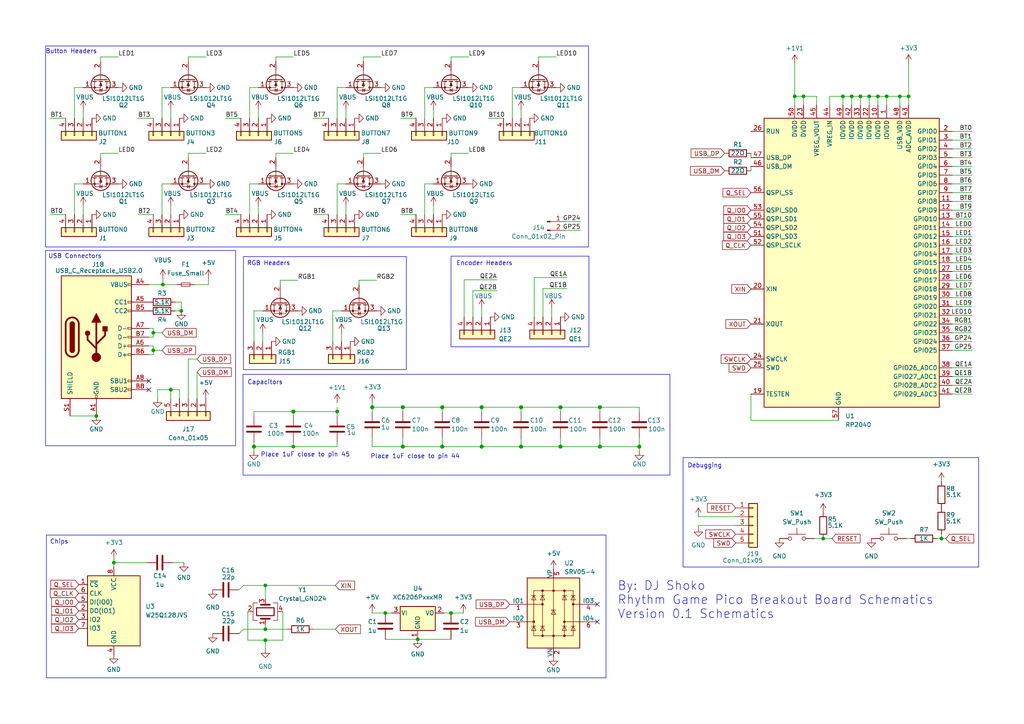
<source format=kicad_sch>
(kicad_sch (version 20230121) (generator eeschema)
  (paper "A4")
  (junction (at 162.56 129.54) (diameter 1.016))
  (junction (at 111.76 177.8))
  (junction (at 116.84 118.11) (diameter 1.016))
  (junction (at 185.42 129.54) (diameter 1.016))
  (junction (at 121.158 185.42))
  (junction (at 85.09 119.38) (diameter 1.016))
  (junction (at 76.962 182.499))
  (junction (at 173.99 129.54) (diameter 1.016))
  (junction (at 247.015 27.94))
  (junction (at 130.81 177.8))
  (junction (at 76.962 169.799))
  (junction (at 151.13 129.54) (diameter 1.016))
  (junction (at 107.95 118.11) (diameter 1.016))
  (junction (at 27.94 120.65))
  (junction (at 151.13 118.11) (diameter 1.016))
  (junction (at 273.05 156.21))
  (junction (at 254.635 27.94))
  (junction (at 233.045 27.94))
  (junction (at 85.09 129.54))
  (junction (at 249.555 27.94))
  (junction (at 76.962 185.674))
  (junction (at 49.53 113.03))
  (junction (at 244.475 27.94))
  (junction (at 33.02 163.195))
  (junction (at 252.095 27.94))
  (junction (at 238.76 156.21))
  (junction (at 173.99 118.11) (diameter 1.016))
  (junction (at 47.244 82.55))
  (junction (at 128.27 118.11) (diameter 1.016))
  (junction (at 139.7 129.54) (diameter 1.016))
  (junction (at 260.985 27.94))
  (junction (at 97.79 119.38))
  (junction (at 73.66 129.54) (diameter 1.016))
  (junction (at 139.7 118.11) (diameter 1.016))
  (junction (at 230.505 27.94))
  (junction (at 44.45 101.6))
  (junction (at 128.27 129.54) (diameter 1.016))
  (junction (at 162.56 118.11) (diameter 1.016))
  (junction (at 44.45 96.52))
  (junction (at 263.525 27.94))
  (junction (at 52.578 90.17))
  (junction (at 257.175 27.94))
  (junction (at 116.84 129.54) (diameter 1.016))
  (no_connect (at 173.228 180.34))
  (no_connect (at 173.228 175.26))
  (no_connect (at 43.18 110.49))
  (no_connect (at 43.18 113.03))
  (wire (pts (xy 157.48 83.693) (xy 164.465 83.693)))
  (wire (pts (xy 82.042 177.419) (xy 82.042 185.674)))
  (wire (pts (xy 72.39 53.34) (xy 74.93 53.34)))
  (wire (pts (xy 24.13 31.75) (xy 24.13 34.29)))
  (wire (pts (xy 47.244 80.772) (xy 47.244 82.55)))
  (wire (pts (xy 73.66 129.54) (xy 73.66 130.81)))
  (wire (pts (xy 46.99 34.29) (xy 46.99 25.4)))
  (wire (pts (xy 202.565 152.4) (xy 202.565 153.035)))
  (wire (pts (xy 240.665 27.94) (xy 244.475 27.94)))
  (wire (pts (xy 151.13 118.11) (xy 162.56 118.11)))
  (wire (pts (xy 276.225 71.12) (xy 281.94 71.12)))
  (wire (pts (xy 254.635 27.94) (xy 254.635 30.48)))
  (wire (pts (xy 238.76 156.21) (xy 241.3 156.21)))
  (wire (pts (xy 56.388 82.55) (xy 60.452 82.55)))
  (wire (pts (xy 76.962 182.499) (xy 83.312 182.499)))
  (wire (pts (xy 76.962 169.799) (xy 70.612 169.799)))
  (wire (pts (xy 134.62 81.153) (xy 144.145 81.153)))
  (wire (pts (xy 233.045 27.94) (xy 233.045 30.48)))
  (wire (pts (xy 202.565 152.4) (xy 213.36 152.4)))
  (wire (pts (xy 54.61 104.14) (xy 57.15 104.14)))
  (wire (pts (xy 151.13 127) (xy 151.13 129.54)))
  (wire (pts (xy 236.855 27.94) (xy 236.855 30.48)))
  (wire (pts (xy 276.225 58.42) (xy 281.94 58.42)))
  (wire (pts (xy 54.61 16.51) (xy 59.69 16.51)))
  (wire (pts (xy 97.79 53.34) (xy 100.33 53.34)))
  (wire (pts (xy 137.16 84.328) (xy 137.16 91.948)))
  (wire (pts (xy 116.205 62.23) (xy 120.65 62.23)))
  (wire (pts (xy 148.59 25.4) (xy 151.13 25.4)))
  (wire (pts (xy 74.93 31.75) (xy 74.93 34.29)))
  (wire (pts (xy 249.555 27.94) (xy 249.555 30.48)))
  (wire (pts (xy 85.09 119.38) (xy 97.79 119.38)))
  (wire (pts (xy 54.61 104.14) (xy 54.61 115.57)))
  (wire (pts (xy 80.01 16.51) (xy 85.09 16.51)))
  (wire (pts (xy 50.8 87.63) (xy 52.578 87.63)))
  (wire (pts (xy 65.405 62.23) (xy 69.85 62.23)))
  (wire (pts (xy 116.84 118.11) (xy 128.27 118.11)))
  (wire (pts (xy 123.19 34.29) (xy 123.19 25.4)))
  (wire (pts (xy 73.66 128.27) (xy 73.66 129.54)))
  (wire (pts (xy 276.225 45.72) (xy 281.94 45.72)))
  (wire (pts (xy 123.19 53.34) (xy 125.73 53.34)))
  (wire (pts (xy 276.225 40.64) (xy 281.94 40.64)))
  (wire (pts (xy 276.225 83.82) (xy 281.94 83.82)))
  (wire (pts (xy 160.02 89.408) (xy 160.02 91.948)))
  (wire (pts (xy 276.225 99.06) (xy 281.94 99.06)))
  (wire (pts (xy 76.962 185.674) (xy 76.962 188.214)))
  (wire (pts (xy 76.962 181.229) (xy 76.962 182.499)))
  (wire (pts (xy 233.045 27.94) (xy 236.855 27.94)))
  (wire (pts (xy 90.805 62.23) (xy 95.25 62.23)))
  (wire (pts (xy 14.605 34.29) (xy 19.05 34.29)))
  (wire (pts (xy 104.14 81.28) (xy 104.14 82.55)))
  (wire (pts (xy 276.225 38.1) (xy 281.94 38.1)))
  (wire (pts (xy 71.882 177.419) (xy 71.882 185.674)))
  (wire (pts (xy 107.95 118.11) (xy 107.95 119.38)))
  (wire (pts (xy 90.932 182.499) (xy 97.282 182.499)))
  (wire (pts (xy 57.15 107.95) (xy 57.15 115.57)))
  (wire (pts (xy 107.95 118.11) (xy 116.84 118.11)))
  (wire (pts (xy 107.95 129.54) (xy 116.84 129.54)))
  (wire (pts (xy 44.45 100.33) (xy 44.45 101.6)))
  (wire (pts (xy 46.99 62.23) (xy 46.99 53.34)))
  (wire (pts (xy 217.805 44.45) (xy 217.805 45.72)))
  (wire (pts (xy 29.21 16.51) (xy 29.21 17.78)))
  (wire (pts (xy 44.45 96.52) (xy 44.45 97.79)))
  (wire (pts (xy 76.962 185.674) (xy 82.042 185.674)))
  (wire (pts (xy 217.805 114.3) (xy 217.805 121.92)))
  (wire (pts (xy 44.45 101.6) (xy 46.99 101.6)))
  (wire (pts (xy 52.07 113.03) (xy 52.07 115.57)))
  (wire (pts (xy 54.61 44.45) (xy 54.61 45.72)))
  (wire (pts (xy 45.72 113.03) (xy 49.53 113.03)))
  (wire (pts (xy 276.225 78.74) (xy 281.94 78.74)))
  (wire (pts (xy 43.18 102.87) (xy 44.45 102.87)))
  (wire (pts (xy 141.605 34.29) (xy 146.05 34.29)))
  (wire (pts (xy 70.612 182.499) (xy 69.342 183.769)))
  (wire (pts (xy 105.41 16.51) (xy 105.41 17.78)))
  (wire (pts (xy 128.778 177.8) (xy 130.81 177.8)))
  (wire (pts (xy 43.18 97.79) (xy 44.45 97.79)))
  (wire (pts (xy 173.99 119.38) (xy 173.99 118.11)))
  (wire (pts (xy 125.73 59.69) (xy 125.73 62.23)))
  (wire (pts (xy 123.19 25.4) (xy 125.73 25.4)))
  (wire (pts (xy 230.505 18.415) (xy 230.505 27.94)))
  (wire (pts (xy 85.09 120.65) (xy 85.09 119.38)))
  (wire (pts (xy 154.94 80.518) (xy 164.465 80.518)))
  (wire (pts (xy 65.405 34.29) (xy 69.85 34.29)))
  (wire (pts (xy 249.555 27.94) (xy 252.095 27.94)))
  (wire (pts (xy 139.7 118.11) (xy 151.13 118.11)))
  (wire (pts (xy 40.005 62.23) (xy 44.45 62.23)))
  (wire (pts (xy 97.79 62.23) (xy 97.79 53.34)))
  (wire (pts (xy 73.66 120.65) (xy 73.66 119.38)))
  (wire (pts (xy 173.99 129.54) (xy 185.42 129.54)))
  (wire (pts (xy 173.99 129.54) (xy 162.56 129.54)))
  (wire (pts (xy 217.805 121.92) (xy 243.205 121.92)))
  (wire (pts (xy 29.21 16.51) (xy 34.29 16.51)))
  (wire (pts (xy 257.175 27.94) (xy 260.985 27.94)))
  (wire (pts (xy 99.06 96.52) (xy 99.06 99.06)))
  (wire (pts (xy 97.79 118.11) (xy 97.79 119.38)))
  (wire (pts (xy 151.13 129.54) (xy 139.7 129.54)))
  (wire (pts (xy 263.525 18.415) (xy 263.525 27.94)))
  (wire (pts (xy 260.985 27.94) (xy 260.985 30.48)))
  (wire (pts (xy 276.225 60.96) (xy 281.94 60.96)))
  (wire (pts (xy 29.21 44.45) (xy 34.29 44.45)))
  (wire (pts (xy 40.005 34.29) (xy 44.45 34.29)))
  (wire (pts (xy 33.02 161.925) (xy 33.02 163.195)))
  (wire (pts (xy 139.7 119.38) (xy 139.7 118.11)))
  (wire (pts (xy 173.99 127) (xy 173.99 129.54)))
  (wire (pts (xy 185.42 129.54) (xy 185.42 130.81)))
  (wire (pts (xy 47.244 82.55) (xy 51.308 82.55)))
  (wire (pts (xy 107.95 127) (xy 107.95 129.54)))
  (wire (pts (xy 185.42 127) (xy 185.42 129.54)))
  (wire (pts (xy 276.225 111.76) (xy 281.94 111.76)))
  (wire (pts (xy 45.72 113.03) (xy 45.72 115.57)))
  (wire (pts (xy 80.01 16.51) (xy 80.01 17.78)))
  (wire (pts (xy 244.475 27.94) (xy 247.015 27.94)))
  (wire (pts (xy 107.95 116.84) (xy 107.95 118.11)))
  (wire (pts (xy 44.45 101.6) (xy 44.45 102.87)))
  (wire (pts (xy 49.53 59.69) (xy 49.53 62.23)))
  (wire (pts (xy 54.61 44.45) (xy 59.69 44.45)))
  (wire (pts (xy 157.48 83.693) (xy 157.48 91.948)))
  (wire (pts (xy 100.33 31.75) (xy 100.33 34.29)))
  (wire (pts (xy 151.13 119.38) (xy 151.13 118.11)))
  (wire (pts (xy 156.21 16.51) (xy 161.29 16.51)))
  (wire (pts (xy 244.475 27.94) (xy 244.475 30.48)))
  (wire (pts (xy 21.59 25.4) (xy 24.13 25.4)))
  (wire (pts (xy 276.225 53.34) (xy 281.94 53.34)))
  (wire (pts (xy 29.21 44.45) (xy 29.21 45.72)))
  (wire (pts (xy 105.41 44.45) (xy 110.49 44.45)))
  (wire (pts (xy 276.225 63.5) (xy 281.94 63.5)))
  (wire (pts (xy 254.635 27.94) (xy 257.175 27.94)))
  (wire (pts (xy 130.81 44.45) (xy 130.81 45.72)))
  (wire (pts (xy 46.99 25.4) (xy 49.53 25.4)))
  (wire (pts (xy 73.66 90.17) (xy 76.2 90.17)))
  (wire (pts (xy 116.205 34.29) (xy 120.65 34.29)))
  (wire (pts (xy 151.13 31.75) (xy 151.13 34.29)))
  (wire (pts (xy 276.225 66.04) (xy 281.94 66.04)))
  (wire (pts (xy 163.83 64.262) (xy 168.402 64.262)))
  (wire (pts (xy 276.225 48.26) (xy 281.94 48.26)))
  (wire (pts (xy 96.52 90.17) (xy 99.06 90.17)))
  (wire (pts (xy 162.56 119.38) (xy 162.56 118.11)))
  (wire (pts (xy 236.22 156.21) (xy 238.76 156.21)))
  (wire (pts (xy 125.73 31.75) (xy 125.73 34.29)))
  (wire (pts (xy 105.41 16.51) (xy 110.49 16.51)))
  (wire (pts (xy 271.78 156.21) (xy 273.05 156.21)))
  (wire (pts (xy 252.095 27.94) (xy 254.635 27.94)))
  (wire (pts (xy 80.01 44.45) (xy 85.09 44.45)))
  (wire (pts (xy 49.53 31.75) (xy 49.53 34.29)))
  (wire (pts (xy 33.02 163.195) (xy 42.545 163.195)))
  (wire (pts (xy 49.53 113.03) (xy 52.07 113.03)))
  (wire (pts (xy 156.21 16.51) (xy 156.21 17.78)))
  (wire (pts (xy 247.015 27.94) (xy 247.015 30.48)))
  (wire (pts (xy 52.578 87.63) (xy 52.578 90.17)))
  (wire (pts (xy 128.27 129.54) (xy 116.84 129.54)))
  (wire (pts (xy 20.32 120.65) (xy 27.94 120.65)))
  (wire (pts (xy 76.962 182.499) (xy 70.612 182.499)))
  (wire (pts (xy 276.225 96.52) (xy 281.94 96.52)))
  (wire (pts (xy 43.18 95.25) (xy 44.45 95.25)))
  (wire (pts (xy 21.59 34.29) (xy 21.59 25.4)))
  (wire (pts (xy 96.52 99.06) (xy 96.52 90.17)))
  (wire (pts (xy 230.505 27.94) (xy 233.045 27.94)))
  (wire (pts (xy 276.225 114.3) (xy 281.94 114.3)))
  (wire (pts (xy 128.27 118.11) (xy 139.7 118.11)))
  (wire (pts (xy 217.805 48.26) (xy 217.805 49.53)))
  (wire (pts (xy 130.81 177.8) (xy 134.366 177.8)))
  (wire (pts (xy 139.7 127) (xy 139.7 129.54)))
  (wire (pts (xy 90.805 34.29) (xy 95.25 34.29)))
  (wire (pts (xy 257.175 27.94) (xy 257.175 30.48)))
  (wire (pts (xy 130.81 16.51) (xy 135.89 16.51)))
  (wire (pts (xy 43.18 82.55) (xy 47.244 82.55)))
  (wire (pts (xy 276.225 109.22) (xy 281.94 109.22)))
  (wire (pts (xy 73.66 119.38) (xy 85.09 119.38)))
  (wire (pts (xy 49.53 113.03) (xy 49.53 115.57)))
  (wire (pts (xy 162.56 118.11) (xy 173.99 118.11)))
  (wire (pts (xy 273.05 154.94) (xy 273.05 156.21)))
  (wire (pts (xy 116.84 119.38) (xy 116.84 118.11)))
  (wire (pts (xy 202.565 149.86) (xy 213.36 149.86)))
  (wire (pts (xy 128.27 127) (xy 128.27 129.54)))
  (wire (pts (xy 105.41 44.45) (xy 105.41 45.72)))
  (wire (pts (xy 80.01 44.45) (xy 80.01 45.72)))
  (wire (pts (xy 60.452 80.772) (xy 60.452 82.55)))
  (wire (pts (xy 276.225 50.8) (xy 281.94 50.8)))
  (wire (pts (xy 128.27 119.38) (xy 128.27 118.11)))
  (wire (pts (xy 134.62 81.153) (xy 134.62 91.948)))
  (wire (pts (xy 72.39 25.4) (xy 74.93 25.4)))
  (wire (pts (xy 85.09 129.54) (xy 97.79 129.54)))
  (wire (pts (xy 76.2 96.52) (xy 76.2 99.06)))
  (wire (pts (xy 73.66 129.54) (xy 85.09 129.54)))
  (wire (pts (xy 24.13 59.69) (xy 24.13 62.23)))
  (wire (pts (xy 100.33 59.69) (xy 100.33 62.23)))
  (wire (pts (xy 97.79 128.27) (xy 97.79 129.54)))
  (wire (pts (xy 97.79 25.4) (xy 100.33 25.4)))
  (wire (pts (xy 230.505 27.94) (xy 230.505 30.48)))
  (wire (pts (xy 130.81 16.51) (xy 130.81 17.78)))
  (wire (pts (xy 139.7 89.408) (xy 139.7 91.948)))
  (wire (pts (xy 137.16 84.328) (xy 144.145 84.328)))
  (wire (pts (xy 50.165 163.195) (xy 53.34 163.195)))
  (wire (pts (xy 70.612 169.799) (xy 69.342 171.069)))
  (wire (pts (xy 14.605 62.23) (xy 19.05 62.23)))
  (wire (pts (xy 185.42 119.38) (xy 185.42 118.11)))
  (wire (pts (xy 276.225 106.68) (xy 281.94 106.68)))
  (wire (pts (xy 163.83 66.802) (xy 168.402 66.802)))
  (wire (pts (xy 276.225 43.18) (xy 281.94 43.18)))
  (wire (pts (xy 154.94 80.518) (xy 154.94 91.948)))
  (wire (pts (xy 240.665 27.94) (xy 240.665 30.48)))
  (wire (pts (xy 50.8 90.17) (xy 52.578 90.17)))
  (wire (pts (xy 263.525 27.94) (xy 263.525 30.48)))
  (wire (pts (xy 97.79 119.38) (xy 97.79 120.65)))
  (wire (pts (xy 44.45 96.52) (xy 46.99 96.52)))
  (wire (pts (xy 111.76 185.42) (xy 121.158 185.42)))
  (wire (pts (xy 276.225 76.2) (xy 281.94 76.2)))
  (wire (pts (xy 139.7 129.54) (xy 128.27 129.54)))
  (wire (pts (xy 97.79 34.29) (xy 97.79 25.4)))
  (wire (pts (xy 262.89 156.21) (xy 264.16 156.21)))
  (wire (pts (xy 76.962 169.799) (xy 97.282 169.799)))
  (wire (pts (xy 276.225 81.28) (xy 281.94 81.28)))
  (wire (pts (xy 123.19 62.23) (xy 123.19 53.34)))
  (wire (pts (xy 33.02 163.195) (xy 33.02 164.465)))
  (wire (pts (xy 44.45 95.25) (xy 44.45 96.52)))
  (wire (pts (xy 73.66 99.06) (xy 73.66 90.17)))
  (wire (pts (xy 276.225 93.98) (xy 281.94 93.98)))
  (wire (pts (xy 21.59 53.34) (xy 24.13 53.34)))
  (wire (pts (xy 54.61 16.51) (xy 54.61 17.78)))
  (wire (pts (xy 74.93 59.69) (xy 74.93 62.23)))
  (wire (pts (xy 107.95 177.8) (xy 111.76 177.8)))
  (wire (pts (xy 273.05 156.21) (xy 274.32 156.21)))
  (wire (pts (xy 72.39 62.23) (xy 72.39 53.34)))
  (wire (pts (xy 130.81 44.45) (xy 135.89 44.45)))
  (wire (pts (xy 46.99 53.34) (xy 49.53 53.34)))
  (wire (pts (xy 148.59 34.29) (xy 148.59 25.4)))
  (wire (pts (xy 71.882 185.674) (xy 76.962 185.674)))
  (wire (pts (xy 43.18 100.33) (xy 44.45 100.33)))
  (wire (pts (xy 81.28 81.28) (xy 81.28 82.55)))
  (wire (pts (xy 121.158 185.42) (xy 130.81 185.42)))
  (wire (pts (xy 173.99 118.11) (xy 185.42 118.11)))
  (wire (pts (xy 276.225 101.6) (xy 281.94 101.6)))
  (wire (pts (xy 247.015 27.94) (xy 249.555 27.94)))
  (wire (pts (xy 276.225 68.58) (xy 281.94 68.58)))
  (wire (pts (xy 21.59 62.23) (xy 21.59 53.34)))
  (wire (pts (xy 85.09 129.54) (xy 85.09 128.27)))
  (wire (pts (xy 276.225 91.44) (xy 281.94 91.44)))
  (wire (pts (xy 162.56 129.54) (xy 151.13 129.54)))
  (wire (pts (xy 162.56 127) (xy 162.56 129.54)))
  (wire (pts (xy 260.985 27.94) (xy 263.525 27.94)))
  (wire (pts (xy 116.84 127) (xy 116.84 129.54)))
  (wire (pts (xy 72.39 34.29) (xy 72.39 25.4)))
  (wire (pts (xy 276.225 73.66) (xy 281.94 73.66)))
  (wire (pts (xy 276.225 88.9) (xy 281.94 88.9)))
  (wire (pts (xy 104.14 81.28) (xy 109.22 81.28)))
  (wire (pts (xy 276.225 86.36) (xy 281.94 86.36)))
  (wire (pts (xy 76.962 169.799) (xy 76.962 173.609)))
  (wire (pts (xy 111.76 177.8) (xy 113.538 177.8)))
  (wire (pts (xy 81.28 81.28) (xy 86.36 81.28)))
  (wire (pts (xy 252.095 27.94) (xy 252.095 30.48)))
  (wire (pts (xy 276.225 55.88) (xy 281.94 55.88)))
  (rectangle (start 70.612 74.422) (end 117.856 107.188))
  (rectangle (start 13.208 72.644) (end 68.326 129.286))
  (rectangle (start 130.81 74.295) (end 170.815 100.584))
  (rectangle (start 13.462 155.194) (end 175.768 196.596))
  (rectangle (start 13.208 13.335) (end 170.688 71.628))
  (rectangle (start 70.485 108.585) (end 194.31 137.795))
  (rectangle (start 198.12 132.715) (end 283.845 164.465))
  (text "USB Connectors" (at 13.97 75.184 0) (effects (font (size 1.27 1.27)) (justify left bottom)))
  (text "By: DJ Shoko\nRhythm Game Pico Breakout Board Schematics\nVersion 0.1 Schematics" (at 179.07 179.705 0) (effects (font (size 2.54 2.54)) (justify left bottom)))
  (text "Capacitors" (at 71.755 111.76 0) (effects (font (size 1.27 1.27)) (justify left bottom)))
  (text "Encoder Headers" (at 132.334 77.216 0) (effects (font (size 1.27 1.27)) (justify left bottom)))
  (text "Place 1uF close to pin 44" (at 107.442 133.223 0) (effects (font (size 1.27 1.27)) (justify left bottom)))
  (text "RGB Headers" (at 71.628 77.216 0) (effects (font (size 1.27 1.27)) (justify left bottom)))
  (text "Chips" (at 14.478 157.988 0) (effects (font (size 1.27 1.27)) (justify left bottom)))
  (text "Button Headers" (at 13.208 15.748 0) (effects (font (size 1.27 1.27)) (justify left bottom)))
  (text "Place 1uF close to pin 45" (at 75.565 132.715 0) (effects (font (size 1.27 1.27)) (justify left bottom)))
  (text "Debugging" (at 199.39 135.89 0) (effects (font (size 1.27 1.27)) (justify left bottom)))
  (label "BT6" (at 90.805 62.23 0))
  (label "LED8" (at 135.89 44.45 0))
  (label "QE2A" (at 144.145 81.153 180))
  (label "BT7" (at 281.94 55.88 180))
  (label "LED7" (at 110.49 16.51 0))
  (label "BT6" (at 281.94 53.34 180))
  (label "LED7" (at 281.94 83.82 180))
  (label "GP25" (at 168.402 66.802 180))
  (label "QE2B" (at 281.94 114.3 180))
  (label "BT3" (at 281.94 45.72 180))
  (label "QE2A" (at 281.94 111.76 180))
  (label "LED3" (at 59.69 16.51 0))
  (label "LED0" (at 281.94 66.04 180))
  (label "LED8" (at 281.94 86.36 180))
  (label "BT8" (at 116.205 62.23 0))
  (label "LED1" (at 281.94 68.58 180))
  (label "QE1A" (at 281.94 106.68 180))
  (label "BT2" (at 281.94 43.18 180))
  (label "BT8" (at 281.94 58.42 180))
  (label "QE1B" (at 281.94 109.22 180))
  (label "RGB1" (at 281.94 93.98 180))
  (label "QE1B" (at 164.465 83.693 180))
  (label "GP24" (at 168.402 64.262 180))
  (label "BT5" (at 281.94 50.8 180))
  (label "LED5" (at 281.94 78.74 180))
  (label "BT7" (at 90.805 34.29 0))
  (label "LED6" (at 281.94 81.28 180))
  (label "LED4" (at 281.94 76.2 180))
  (label "LED2" (at 59.69 44.45 0))
  (label "LED3" (at 281.94 73.66 180))
  (label "BT4" (at 281.94 48.26 180))
  (label "GP25" (at 281.94 101.6 180))
  (label "LED0" (at 34.29 44.45 0))
  (label "BT10" (at 141.605 34.29 0))
  (label "BT4" (at 65.405 62.23 0))
  (label "BT0" (at 281.94 38.1 180))
  (label "LED10" (at 161.29 16.51 0))
  (label "QE2B" (at 144.145 84.328 180))
  (label "BT1" (at 14.605 34.29 0))
  (label "LED1" (at 34.29 16.51 0))
  (label "LED6" (at 110.49 44.45 0))
  (label "BT0" (at 14.605 62.23 0))
  (label "BT3" (at 40.005 34.29 0))
  (label "LED5" (at 85.09 16.51 0))
  (label "BT2" (at 40.005 62.23 0))
  (label "GP24" (at 281.94 99.06 180))
  (label "QE1A" (at 164.465 80.518 180))
  (label "LED4" (at 85.09 44.45 0))
  (label "LED10" (at 281.94 91.44 180))
  (label "BT9" (at 116.205 34.29 0))
  (label "LED9" (at 135.89 16.51 0))
  (label "LED2" (at 281.94 71.12 180))
  (label "LED9" (at 281.94 88.9 180))
  (label "RGB2" (at 281.94 96.52 180))
  (label "BT10" (at 281.94 63.5 180))
  (label "BT1" (at 281.94 40.64 180))
  (label "BT9" (at 281.94 60.96 180))
  (label "BT5" (at 65.405 34.29 0))
  (label "RGB2" (at 109.22 81.28 0))
  (label "RGB1" (at 86.36 81.28 0))
  (global_label "XOUT" (shape input) (at 217.805 93.98 180) (property "Intersheetrefs" "${INTERSHEET_REFS}" (effects hide)))
  (global_label "Q_IO3" (shape input) (at 217.805 68.58 180) (property "Intersheetrefs" "${INTERSHEET_REFS}" (effects hide)))
  (global_label "Q_CLK" (shape input) (at 22.86 172.085 180) (property "Intersheetrefs" "${INTERSHEET_REFS}" (effects hide)))
  (global_label "Q_SEL" (shape input) (at 22.86 169.545 180) (property "Intersheetrefs" "${INTERSHEET_REFS}" (effects hide)))
  (global_label "USB_DP" (shape input) (at 57.15 104.14 0) (property "Intersheetrefs" "${INTERSHEET_REFS}" (effects hide)))
  (global_label "RESET" (shape input) (at 241.3 156.21 0) (property "Intersheetrefs" "${INTERSHEET_REFS}" (effects hide)))
  (global_label "USB_DM" (shape input) (at 210.185 49.53 180) (property "Intersheetrefs" "${INTERSHEET_REFS}" (effects hide)))
  (global_label "XOUT" (shape input) (at 97.282 182.499 0) (property "Intersheetrefs" "${INTERSHEET_REFS}" (effects hide)))
  (global_label "Q_CLK" (shape input) (at 217.805 71.12 180) (property "Intersheetrefs" "${INTERSHEET_REFS}" (effects hide)))
  (global_label "USB_DP" (shape input) (at 210.185 44.45 180) (property "Intersheetrefs" "${INTERSHEET_REFS}" (effects hide)))
  (global_label "USB_DM" (shape input) (at 46.99 96.52 0) (property "Intersheetrefs" "${INTERSHEET_REFS}" (effects hide)))
  (global_label "USB_DP" (shape input) (at 147.828 175.26 180) (property "Intersheetrefs" "${INTERSHEET_REFS}" (effects hide)))
  (global_label "XIN" (shape input) (at 97.282 169.799 0) (property "Intersheetrefs" "${INTERSHEET_REFS}" (effects hide)))
  (global_label "Q_SEL" (shape input) (at 274.32 156.21 0) (property "Intersheetrefs" "${INTERSHEET_REFS}" (effects hide)))
  (global_label "SWCLK" (shape input) (at 217.805 104.14 180) (property "Intersheetrefs" "${INTERSHEET_REFS}" (effects hide)))
  (global_label "Q_IO1" (shape input) (at 22.86 177.165 180) (property "Intersheetrefs" "${INTERSHEET_REFS}" (effects hide)))
  (global_label "Q_SEL" (shape input) (at 217.805 55.88 180) (property "Intersheetrefs" "${INTERSHEET_REFS}" (effects hide)))
  (global_label "Q_IO0" (shape input) (at 22.86 174.625 180) (property "Intersheetrefs" "${INTERSHEET_REFS}" (effects hide)))
  (global_label "Q_IO0" (shape input) (at 217.805 60.96 180) (property "Intersheetrefs" "${INTERSHEET_REFS}" (effects hide)))
  (global_label "Q_IO1" (shape input) (at 217.805 63.5 180) (property "Intersheetrefs" "${INTERSHEET_REFS}" (effects hide)))
  (global_label "SWCLK" (shape input) (at 213.36 154.94 180) (property "Intersheetrefs" "${INTERSHEET_REFS}" (effects hide)))
  (global_label "XIN" (shape input) (at 217.805 83.82 180) (property "Intersheetrefs" "${INTERSHEET_REFS}" (effects hide)))
  (global_label "RESET" (shape input) (at 213.36 147.32 180) (property "Intersheetrefs" "${INTERSHEET_REFS}" (effects hide)))
  (global_label "Q_IO3" (shape input) (at 22.86 182.245 180) (property "Intersheetrefs" "${INTERSHEET_REFS}" (effects hide)))
  (global_label "USB_DM" (shape input) (at 147.828 180.34 180) (property "Intersheetrefs" "${INTERSHEET_REFS}" (effects hide)))
  (global_label "SWD" (shape input) (at 213.36 157.48 180) (property "Intersheetrefs" "${INTERSHEET_REFS}" (effects hide)))
  (global_label "USB_DM" (shape input) (at 57.15 107.95 0) (property "Intersheetrefs" "${INTERSHEET_REFS}" (effects hide)))
  (global_label "SWD" (shape input) (at 217.805 106.68 180) (property "Intersheetrefs" "${INTERSHEET_REFS}" (effects hide)))
  (global_label "Q_IO2" (shape input) (at 22.86 179.705 180) (property "Intersheetrefs" "${INTERSHEET_REFS}" (effects hide)))
  (global_label "USB_DP" (shape input) (at 46.99 101.6 0) (property "Intersheetrefs" "${INTERSHEET_REFS}" (effects hide)))
  (global_label "Q_IO2" (shape input) (at 217.805 66.04 180) (property "Intersheetrefs" "${INTERSHEET_REFS}" (effects hide)))
  (symbol (lib_id "power:GND") (at 102.87 34.29 90) (unit 1)
    (property "Reference" "#PWR030" (effects hide))
    (property "Value" "GND" (at 107.95 34.29 90))
  )
  (symbol (lib_id "Device:C") (at 65.532 183.769 90) (unit 1)
    (property "Reference" "C15" (at 66.167 178.054 90))
    (property "Value" "22p" (at 66.294 180.086 90))
    (property "Footprint" "Capacitor_SMD:C_0402_1005Metric_Pad0.74x0.62mm_HandSolder" (effects hide))
  )
  (symbol (lib_id "Connector_Generic:Conn_01x04") (at 74.93 39.37 270) (unit 1)
    (property "Reference" "J6" (at 80.645 41.148 90))
    (property "Value" "BUTTON5" (at 83.566 38.608 90))
    (property "Footprint" "Connector_JST:JST_XH_B4B-XH-AM_1x04_P2.50mm_Vertical" (effects hide))
  )
  (symbol (lib_id "power:GND") (at 52.07 34.29 90) (unit 1)
    (property "Reference" "#PWR010" (effects hide))
    (property "Value" "GND" (at 57.15 34.29 90))
  )
  (symbol (lib_id "power:GND") (at 202.565 153.035 0) (unit 1)
    (property "Reference" "#PWR070" (effects hide))
    (property "Value" "GND" (at 202.565 158.115 0))
  )
  (symbol (lib_id "Device:C") (at 173.99 123.19 0) (unit 1)
    (property "Reference" "C12" (at 176.276 121.92 0) (effects (justify left)))
    (property "Value" "100n" (at 176.53 124.46 0) (effects (justify left)))
    (property "Footprint" "Capacitor_SMD:C_0402_1005Metric_Pad0.74x0.62mm_HandSolder" (effects hide))
  )
  (symbol (lib_id "power:GND") (at 252.73 156.21 0) (unit 1)
    (property "Reference" "#PWR068" (effects hide))
    (property "Value" "GND" (at 252.73 161.29 0))
  )
  (symbol (lib_id "Device:R") (at 267.97 156.21 90) (unit 1) (in_bom no)
    (property "Reference" "R7" (at 267.97 153.67 90))
    (property "Value" "1K" (at 267.97 156.21 90))
    (property "Footprint" "Resistor_SMD:R_0402_1005Metric_Pad0.72x0.64mm_HandSolder" (effects hide))
  )
  (symbol (lib_id "Device:R") (at 87.122 182.499 90) (unit 1)
    (property "Reference" "R6" (at 87.122 179.959 90))
    (property "Value" "1K" (at 87.122 182.499 90))
    (property "Footprint" "Resistor_SMD:R_0402_1005Metric_Pad0.72x0.64mm_HandSolder" (effects hide))
  )
  (symbol (lib_id "power:VBUS") (at 24.13 31.75 0) (unit 1)
    (property "Reference" "#PWR06" (effects hide))
    (property "Value" "VBUS" (at 24.638 28.194 0))
  )
  (symbol (lib_id "power:VBUS") (at 125.73 59.69 0) (unit 1)
    (property "Reference" "#PWR035" (effects hide))
    (property "Value" "VBUS" (at 126.238 56.134 0))
  )
  (symbol (lib_id "Transistor_FET:2N7000") (at 81.28 87.63 270) (unit 1)
    (property "Reference" "Q12" (at 86.487 95.25 90) (effects (justify left)))
    (property "Value" "LSI1012LT1G" (at 81.661 93.345 90) (effects (justify left)))
    (property "Footprint" "Package_TO_SOT_SMD:SOT-23" (effects hide))
    (property "Datasheet" "https://www.vishay.com/docs/70226/70226.pdf" (effects hide))
  )
  (symbol (lib_id "Transistor_FET:2N7000") (at 105.41 22.86 270) (unit 1)
    (property "Reference" "Q8" (at 110.617 30.48 90) (effects (justify left)))
    (property "Value" "LSI1012LT1G" (at 105.791 28.575 90) (effects (justify left)))
    (property "Footprint" "Package_TO_SOT_SMD:SOT-23" (effects hide))
    (property "Datasheet" "https://www.vishay.com/docs/70226/70226.pdf" (effects hide))
  )
  (symbol (lib_id "power:GND") (at 226.06 156.21 0) (unit 1)
    (property "Reference" "#PWR060" (effects hide))
    (property "Value" "GND" (at 226.06 161.29 0))
  )
  (symbol (lib_id "Device:C") (at 151.13 123.19 0) (unit 1)
    (property "Reference" "C10" (at 153.67 121.92 0) (effects (justify left)))
    (property "Value" "100n" (at 153.67 124.46 0) (effects (justify left)))
    (property "Footprint" "Capacitor_SMD:C_0402_1005Metric_Pad0.74x0.62mm_HandSolder" (effects hide))
  )
  (symbol (lib_id "power:GND") (at 162.56 91.948 90) (unit 1)
    (property "Reference" "#PWR019" (effects hide))
    (property "Value" "GND" (at 167.64 91.948 90))
  )
  (symbol (lib_id "Transistor_FET:2N7000") (at 29.21 50.8 270) (unit 1)
    (property "Reference" "Q1" (at 34.417 58.42 90) (effects (justify left)))
    (property "Value" "LSI1012LT1G" (at 29.591 56.515 90) (effects (justify left)))
    (property "Footprint" "Package_TO_SOT_SMD:SOT-23" (effects hide))
    (property "Datasheet" "https://www.vishay.com/docs/70226/70226.pdf" (effects hide))
  )
  (symbol (lib_id "power:GND") (at 77.47 62.23 90) (unit 1)
    (property "Reference" "#PWR025" (effects hide))
    (property "Value" "GND" (at 82.55 62.23 90))
  )
  (symbol (lib_id "Device:C") (at 130.81 181.61 0) (unit 1)
    (property "Reference" "C2" (at 133.35 180.34 0) (effects (justify left)))
    (property "Value" "1u" (at 133.35 182.88 0) (effects (justify left)))
    (property "Footprint" "Capacitor_SMD:C_0402_1005Metric_Pad0.74x0.62mm_HandSolder" (effects hide))
  )
  (symbol (lib_id "Device:C") (at 97.79 124.46 0) (unit 1)
    (property "Reference" "C5" (at 100.33 123.825 0) (effects (justify left)))
    (property "Value" "1u" (at 100.584 125.476 0) (effects (justify left)))
    (property "Footprint" "Capacitor_SMD:C_0402_1005Metric_Pad0.74x0.62mm_HandSolder" (effects hide))
  )
  (symbol (lib_id "power:VBUS") (at 99.06 96.52 0) (unit 1)
    (property "Reference" "#PWR021" (effects hide))
    (property "Value" "VBUS" (at 99.695 92.71 0))
  )
  (symbol (lib_id "power:VBUS") (at 49.53 31.75 0) (unit 1)
    (property "Reference" "#PWR09" (effects hide))
    (property "Value" "VBUS" (at 50.038 28.194 0))
  )
  (symbol (lib_id "power:VBUS") (at 74.93 59.69 0) (unit 1)
    (property "Reference" "#PWR017" (effects hide))
    (property "Value" "VBUS" (at 75.438 56.134 0))
  )
  (symbol (lib_id "power:GND") (at 77.47 34.29 90) (unit 1)
    (property "Reference" "#PWR018" (effects hide))
    (property "Value" "GND" (at 82.55 34.29 90))
  )
  (symbol (lib_id "power:GND") (at 109.22 90.17 90) (unit 1)
    (property "Reference" "#PWR048" (effects hide))
    (property "Value" "GND" (at 114.3 90.17 90))
  )
  (symbol (lib_id "power:GND") (at 34.29 53.34 90) (unit 1)
    (property "Reference" "#PWR05" (effects hide))
    (property "Value" "GND" (at 39.37 53.34 90))
  )
  (symbol (lib_id "power:GND") (at 142.24 91.948 90) (unit 1)
    (property "Reference" "#PWR022" (effects hide))
    (property "Value" "GND" (at 147.32 91.948 90))
  )
  (symbol (lib_id "power:GND") (at 27.94 120.65 0) (unit 1)
    (property "Reference" "#PWR052" (effects hide))
    (property "Value" "GND" (at 27.94 124.46 0))
  )
  (symbol (lib_id "Connector_Generic:Conn_01x03") (at 76.2 104.14 270) (unit 1)
    (property "Reference" "J15" (at 82.55 104.775 90))
    (property "Value" "RGB1" (at 83.185 102.235 90))
    (property "Footprint" "Connector_JST:JST_XH_B4B-XH-AM_1x04_P2.50mm_Vertical" (effects hide))
  )
  (symbol (lib_id "power:+3V3") (at 107.95 116.84 0) (unit 1)
    (property "Reference" "#PWR049" (effects hide))
    (property "Value" "+3V3" (at 107.95 112.268 0))
  )
  (symbol (lib_id "power:GND") (at 160.528 190.5 0) (unit 1)
    (property "Reference" "#PWR054" (effects hide))
    (property "Value" "GND" (at 160.528 194.31 0))
  )
  (symbol (lib_id "Device:C") (at 128.27 123.19 0) (unit 1)
    (property "Reference" "C8" (at 130.81 121.92 0) (effects (justify left)))
    (property "Value" "100n" (at 130.81 124.46 0) (effects (justify left)))
    (property "Footprint" "Capacitor_SMD:C_0402_1005Metric_Pad0.74x0.62mm_HandSolder" (effects hide))
  )
  (symbol (lib_id "Device:C") (at 185.42 123.19 0) (unit 1)
    (property "Reference" "C13" (at 187.706 121.92 0) (effects (justify left)))
    (property "Value" "100n" (at 187.96 124.46 0) (effects (justify left)))
    (property "Footprint" "Capacitor_SMD:C_0402_1005Metric_Pad0.74x0.62mm_HandSolder" (effects hide))
  )
  (symbol (lib_id "Connector_Generic:Conn_01x04") (at 24.13 39.37 270) (unit 1)
    (property "Reference" "J2" (at 29.845 41.148 90))
    (property "Value" "BUTTON1" (at 32.766 38.608 90))
    (property "Footprint" "Connector_JST:JST_XH_B4B-XH-AM_1x04_P2.50mm_Vertical" (effects hide))
  )
  (symbol (lib_id "power:+3V3") (at 238.76 148.59 0) (unit 1)
    (property "Reference" "#PWR061" (effects hide))
    (property "Value" "+3V3" (at 238.76 143.51 0))
  )
  (symbol (lib_id "Connector:USB_C_Receptacle_USB2.0") (at 27.94 97.79 0) (unit 1)
    (property "Reference" "J18" (at 28.448 76.708 0))
    (property "Value" "USB_C_Receptacle_USB2.0" (at 28.702 78.486 0))
    (property "Footprint" "Connector_USB:USB_C_Receptacle_GCT_USB4085" (effects hide))
    (property "Datasheet" "https://www.usb.org/sites/default/files/documents/usb_type-c.zip" (effects hide))
  )
  (symbol (lib_id "MCU_RaspberryPi:RP2040") (at 243.205 76.2 0) (unit 1)
    (property "Reference" "U1" (at 245.1609 120.65 0) (effects (justify left)))
    (property "Value" "RP2040" (at 245.1609 123.19 0) (effects (justify left)))
    (property "Footprint" "Package_DFN_QFN:QFN-56-1EP_7x7mm_P0.4mm_EP3.2x3.2mm" (effects hide))
    (property "Datasheet" "https://datasheets.raspberrypi.com/rp2040/rp2040-datasheet.pdf" (effects hide))
  )
  (symbol (lib_id "Connector_Generic:Conn_01x04") (at 100.33 39.37 270) (unit 1)
    (property "Reference" "J8" (at 106.045 41.148 90))
    (property "Value" "BUTTON7" (at 108.966 38.608 90))
    (property "Footprint" "Connector_JST:JST_XH_B4B-XH-AM_1x04_P2.50mm_Vertical" (effects hide))
  )
  (symbol (lib_id "Device:R") (at 213.995 49.53 90) (unit 1)
    (property "Reference" "R2" (at 213.995 46.99 90))
    (property "Value" "22Ω" (at 213.995 49.53 90))
    (property "Footprint" "Resistor_SMD:R_0402_1005Metric_Pad0.72x0.64mm_HandSolder" (effects hide))
  )
  (symbol (lib_id "Device:R") (at 46.99 87.63 90) (unit 1)
    (property "Reference" "R3" (at 46.99 85.09 90))
    (property "Value" "5.1K" (at 46.99 87.63 90))
    (property "Footprint" "Resistor_SMD:R_0402_1005Metric_Pad0.72x0.64mm_HandSolder" (effects hide))
  )
  (symbol (lib_id "power:VBUS") (at 100.33 31.75 0) (unit 1)
    (property "Reference" "#PWR028" (effects hide))
    (property "Value" "VBUS" (at 100.838 28.194 0))
  )
  (symbol (lib_id "Regulator_Linear:XC6206PxxxMR") (at 121.158 177.8 0) (unit 1)
    (property "Reference" "U4" (at 121.158 170.688 0))
    (property "Value" "XC6206PxxxMR" (at 121.158 173.228 0))
    (property "Footprint" "Package_TO_SOT_SMD:SOT-23-3" (effects hide))
    (property "Datasheet" "https://www.torexsemi.com/file/xc6206/XC6206.pdf" (effects hide))
  )
  (symbol (lib_id "Switch:SW_Push") (at 257.81 156.21 0) (unit 1)
    (property "Reference" "SW2" (at 257.81 148.844 0))
    (property "Value" "SW_Push" (at 257.81 151.384 0))
    (property "Footprint" "Button_Switch_SMD:SW_SPST_REED_CT05-XXXX-G1" (effects hide))
  )
  (symbol (lib_id "Connector_Generic:Conn_01x04") (at 49.53 67.31 270) (unit 1)
    (property "Reference" "J3" (at 55.245 69.088 90))
    (property "Value" "BUTTON2" (at 58.166 66.548 90))
    (property "Footprint" "Connector_JST:JST_XH_B4B-XH-AM_1x04_P2.50mm_Vertical" (effects hide))
  )
  (symbol (lib_id "power:VBUS") (at 47.244 80.772 0) (unit 1)
    (property "Reference" "#PWR043" (effects hide))
    (property "Value" "VBUS" (at 47.244 75.438 0))
  )
  (symbol (lib_id "Device:R") (at 273.05 143.51 0) (unit 1)
    (property "Reference" "R8" (at 274.32 141.732 0) (effects (justify left)))
    (property "Value" "5.1K" (at 274.32 143.51 0) (effects (justify left)))
    (property "Footprint" "Resistor_SMD:R_0402_1005Metric_Pad0.72x0.64mm_HandSolder" (effects hide))
  )
  (symbol (lib_id "power:GND") (at 52.578 90.17 0) (unit 1)
    (property "Reference" "#PWR045" (effects hide))
    (property "Value" "GND" (at 52.578 93.98 0))
  )
  (symbol (lib_id "Connector_Generic:Conn_01x04") (at 74.93 67.31 270) (unit 1)
    (property "Reference" "J5" (at 80.645 69.088 90))
    (property "Value" "BUTTON4" (at 83.566 66.548 90))
    (property "Footprint" "Connector_JST:JST_XH_B4B-XH-AM_1x04_P2.50mm_Vertical" (effects hide))
  )
  (symbol (lib_id "power:GND") (at 85.09 53.34 90) (unit 1)
    (property "Reference" "#PWR026" (effects hide))
    (property "Value" "GND" (at 90.17 53.34 90))
  )
  (symbol (lib_id "Device:R") (at 46.99 90.17 90) (unit 1)
    (property "Reference" "R4" (at 46.99 92.71 90))
    (property "Value" "5.1K" (at 46.99 90.17 90))
    (property "Footprint" "Resistor_SMD:R_0402_1005Metric_Pad0.72x0.64mm_HandSolder" (effects hide))
  )
  (symbol (lib_id "Device:Fuse_Small") (at 53.848 82.55 0) (unit 1)
    (property "Reference" "F1" (at 53.848 76.708 0))
    (property "Value" "Fuse_Small" (at 53.848 79.248 0))
    (property "Footprint" "Capacitor_SMD:C_0402_1005Metric_Pad0.74x0.62mm_HandSolder" (effects hide))
  )
  (symbol (lib_id "power:GND") (at 26.67 62.23 90) (unit 1)
    (property "Reference" "#PWR013" (effects hide))
    (property "Value" "GND" (at 31.75 62.23 90))
  )
  (symbol (lib_id "power:GND") (at 53.34 163.195 0) (unit 1)
    (property "Reference" "#PWR064" (effects hide))
    (property "Value" "GND" (at 53.34 167.513 0))
  )
  (symbol (lib_id "power:VBUS") (at 24.13 59.69 0) (unit 1)
    (property "Reference" "#PWR04" (effects hide))
    (property "Value" "VBUS" (at 24.638 56.134 0))
  )
  (symbol (lib_id "Transistor_FET:2N7000") (at 104.14 87.63 270) (unit 1)
    (property "Reference" "Q13" (at 109.347 95.25 90) (effects (justify left)))
    (property "Value" "LSI1012LT1G" (at 104.521 93.345 90) (effects (justify left)))
    (property "Footprint" "Package_TO_SOT_SMD:SOT-23" (effects hide))
    (property "Datasheet" "https://www.vishay.com/docs/70226/70226.pdf" (effects hide))
  )
  (symbol (lib_id "Connector_Generic:Conn_01x03") (at 99.06 104.14 270) (unit 1)
    (property "Reference" "J16" (at 105.41 104.775 90))
    (property "Value" "RGB2" (at 106.045 102.235 90))
    (property "Footprint" "Connector_JST:JST_XH_B4B-XH-AM_1x04_P2.50mm_Vertical" (effects hide))
  )
  (symbol (lib_id "Transistor_FET:2N7000") (at 130.81 22.86 270) (unit 1)
    (property "Reference" "Q10" (at 136.017 30.48 90) (effects (justify left)))
    (property "Value" "LSI1012LT1G" (at 131.191 28.575 90) (effects (justify left)))
    (property "Footprint" "Package_TO_SOT_SMD:SOT-23" (effects hide))
    (property "Datasheet" "https://www.vishay.com/docs/70226/70226.pdf" (effects hide))
  )
  (symbol (lib_id "power:+5V") (at 60.452 80.772 0) (unit 1)
    (property "Reference" "#PWR053" (effects hide))
    (property "Value" "+5V" (at 60.452 76.2 0))
  )
  (symbol (lib_id "Device:Crystal_GND24") (at 76.962 177.419 90) (unit 1)
    (property "Reference" "Y1" (at 87.757 171.069 90))
    (property "Value" "Crystal_GND24" (at 87.757 173.609 90))
    (property "Footprint" "Crystal:Crystal_SMD_3225-4Pin_3.2x2.5mm_HandSoldering" (effects hide))
  )
  (symbol (lib_id "Connector_Generic:Conn_01x04") (at 49.53 39.37 270) (unit 1)
    (property "Reference" "J4" (at 55.245 41.148 90))
    (property "Value" "BUTTON3" (at 58.166 38.608 90))
    (property "Footprint" "Connector_JST:JST_XH_B4B-XH-AM_1x04_P2.50mm_Vertical" (effects hide))
  )
  (symbol (lib_id "power:GND") (at 128.27 34.29 90) (unit 1)
    (property "Reference" "#PWR038" (effects hide))
    (property "Value" "GND" (at 133.35 34.29 90))
  )
  (symbol (lib_id "Device:C") (at 116.84 123.19 0) (unit 1)
    (property "Reference" "C7" (at 119.38 121.92 0) (effects (justify left)))
    (property "Value" "100n" (at 119.38 124.46 0) (effects (justify left)))
    (property "Footprint" "Capacitor_SMD:C_0402_1005Metric_Pad0.74x0.62mm_HandSolder" (effects hide))
  )
  (symbol (lib_id "Device:C") (at 111.76 181.61 0) (unit 1)
    (property "Reference" "C1" (at 106.68 180.34 0) (effects (justify left)))
    (property "Value" "1u" (at 106.68 182.88 0) (effects (justify left)))
    (property "Footprint" "Capacitor_SMD:C_0402_1005Metric_Pad0.74x0.62mm_HandSolder" (effects hide))
  )
  (symbol (lib_id "power:GND") (at 135.89 25.4 90) (unit 1)
    (property "Reference" "#PWR041" (effects hide))
    (property "Value" "GND" (at 140.97 25.4 90))
  )
  (symbol (lib_id "Transistor_FET:2N7000") (at 156.21 22.86 270) (unit 1)
    (property "Reference" "Q11" (at 161.417 30.48 90) (effects (justify left)))
    (property "Value" "LSI1012LT1G" (at 156.591 28.575 90) (effects (justify left)))
    (property "Footprint" "Package_TO_SOT_SMD:SOT-23" (effects hide))
    (property "Datasheet" "https://www.vishay.com/docs/70226/70226.pdf" (effects hide))
  )
  (symbol (lib_id "power:GND") (at 110.49 53.34 90) (unit 1)
    (property "Reference" "#PWR032" (effects hide))
    (property "Value" "GND" (at 115.57 53.34 90))
  )
  (symbol (lib_id "Connector_Generic:Conn_01x04") (at 151.13 39.37 270) (unit 1)
    (property "Reference" "J11" (at 156.845 41.148 90))
    (property "Value" "BUTTON10" (at 159.766 38.608 90))
    (property "Footprint" "Connector_JST:JST_XH_B4B-XH-AM_1x04_P2.50mm_Vertical" (effects hide))
  )
  (symbol (lib_id "power:GND") (at 52.07 62.23 90) (unit 1)
    (property "Reference" "#PWR014" (effects hide))
    (property "Value" "GND" (at 57.15 62.23 90))
  )
  (symbol (lib_id "power:VBUS") (at 160.02 89.408 0) (unit 1)
    (property "Reference" "#PWR072" (effects hide))
    (property "Value" "VBUS" (at 160.528 85.852 0))
  )
  (symbol (lib_id "Connector_Generic:Conn_01x05") (at 54.61 120.65 270) (unit 1)
    (property "Reference" "J17" (at 54.61 124.46 90))
    (property "Value" "Conn_01x05" (at 54.61 127 90))
    (property "Footprint" "Connector_JST:JST_XH_B5B-XH-AM_1x05_P2.50mm_Vertical" (effects hide))
  )
  (symbol (lib_id "Memory_Flash:W25Q128JVS") (at 33.02 177.165 0) (unit 1)
    (property "Reference" "U3" (at 42.164 175.895 0) (effects (justify left)))
    (property "Value" "W25Q128JVS" (at 42.164 178.435 0) (effects (justify left)))
    (property "Footprint" "Package_SO:SOIC-8_5.23x5.23mm_P1.27mm" (effects hide))
    (property "Datasheet" "http://www.winbond.com/resource-files/w25q128jv_dtr%20revc%2003272018%20plus.pdf" (effects hide))
  )
  (symbol (lib_id "power:VBUS") (at 151.13 31.75 0) (unit 1)
    (property "Reference" "#PWR042" (effects hide))
    (property "Value" "VBUS" (at 151.638 28.194 0))
  )
  (symbol (lib_id "power:GND") (at 102.87 62.23 90) (unit 1)
    (property "Reference" "#PWR031" (effects hide))
    (property "Value" "GND" (at 107.95 62.23 90))
  )
  (symbol (lib_id "power:GND") (at 110.49 25.4 90) (unit 1)
    (property "Reference" "#PWR033" (effects hide))
    (property "Value" "GND" (at 115.57 25.4 90))
  )
  (symbol (lib_id "Connector_Generic:Conn_01x04") (at 100.33 67.31 270) (unit 1)
    (property "Reference" "J7" (at 106.045 69.088 90))
    (property "Value" "BUTTON6" (at 108.966 66.548 90))
    (property "Footprint" "Connector_JST:JST_XH_B4B-XH-AM_1x04_P2.50mm_Vertical" (effects hide))
  )
  (symbol (lib_id "power:GND") (at 185.42 130.81 0) (unit 1)
    (property "Reference" "#PWR059" (effects hide))
    (property "Value" "GND" (at 185.42 134.62 0))
  )
  (symbol (lib_id "Switch:SW_Push") (at 231.14 156.21 0) (unit 1)
    (property "Reference" "SW1" (at 231.14 148.844 0))
    (property "Value" "SW_Push" (at 231.14 151.384 0))
    (property "Footprint" "Button_Switch_SMD:SW_SPST_REED_CT05-XXXX-G1" (effects hide))
  )
  (symbol (lib_id "power:+3V3") (at 134.366 177.8 0) (unit 1)
    (property "Reference" "#PWR047" (effects hide))
    (property "Value" "+3V3" (at 134.366 173.228 0))
  )
  (symbol (lib_id "Device:R") (at 238.76 152.4 0) (unit 1)
    (property "Reference" "R5" (at 240.03 150.622 0) (effects (justify left)))
    (property "Value" "5.1K" (at 240.03 152.4 0) (effects (justify left)))
    (property "Footprint" "Resistor_SMD:R_0402_1005Metric_Pad0.72x0.64mm_HandSolder" (effects hide))
  )
  (symbol (lib_id "Transistor_FET:2N7000") (at 105.41 50.8 270) (unit 1)
    (property "Reference" "Q7" (at 110.617 58.42 90) (effects (justify left)))
    (property "Value" "LSI1012LT1G" (at 105.791 56.515 90) (effects (justify left)))
    (property "Footprint" "Package_TO_SOT_SMD:SOT-23" (effects hide))
    (property "Datasheet" "https://www.vishay.com/docs/70226/70226.pdf" (effects hide))
  )
  (symbol (lib_id "Transistor_FET:2N7000") (at 54.61 22.86 270) (unit 1)
    (property "Reference" "Q4" (at 59.817 30.48 90) (effects (justify left)))
    (property "Value" "LSI1012LT1G" (at 54.991 28.575 90) (effects (justify left)))
    (property "Footprint" "Package_TO_SOT_SMD:SOT-23" (effects hide))
    (property "Datasheet" "https://www.vishay.com/docs/70226/70226.pdf" (effects hide))
  )
  (symbol (lib_id "power:GND") (at 59.69 25.4 90) (unit 1)
    (property "Reference" "#PWR015" (effects hide))
    (property "Value" "GND" (at 64.77 25.4 90))
  )
  (symbol (lib_id "power:GND") (at 76.962 188.214 0) (unit 1)
    (property "Reference" "#PWR065" (effects hide))
    (property "Value" "GND" (at 76.962 193.294 0))
  )
  (symbol (lib_id "power:+3V3") (at 263.525 18.415 0) (unit 1)
    (property "Reference" "#PWR01" (effects hide))
    (property "Value" "+3V3" (at 263.525 13.97 0))
  )
  (symbol (lib_id "Device:C") (at 85.09 124.46 0) (unit 1) (in_bom no) (on_board no)
    (property "Reference" "C4" (at 88.138 123.444 0) (effects (justify left)))
    (property "Value" "100n" (at 87.63 125.73 0) (effects (justify left)))
    (property "Footprint" "Capacitor_SMD:C_0402_1005Metric_Pad0.74x0.62mm_HandSolder" (effects hide))
  )
  (symbol (lib_id "power:VBUS") (at 139.7 89.408 0) (unit 1)
    (property "Reference" "#PWR024" (effects hide))
    (property "Value" "VBUS" (at 140.208 85.852 0))
  )
  (symbol (lib_id "Transistor_FET:2N7000") (at 29.21 22.86 270) (unit 1)
    (property "Reference" "Q2" (at 34.417 30.48 90) (effects (justify left)))
    (property "Value" "LSI1012LT1G" (at 29.591 28.575 90) (effects (justify left)))
    (property "Footprint" "Package_TO_SOT_SMD:SOT-23" (effects hide))
    (property "Datasheet" "https://www.vishay.com/docs/70226/70226.pdf" (effects hide))
  )
  (symbol (lib_id "Power_Protection:SRV05-4") (at 160.528 177.8 0) (unit 1)
    (property "Reference" "U2" (at 163.6777 163.322 0) (effects (justify left)))
    (property "Value" "SRV05-4" (at 163.6777 165.862 0) (effects (justify left)))
    (property "Footprint" "Package_TO_SOT_SMD:SOT-23-6" (effects hide))
    (property "Datasheet" "http://www.onsemi.com/pub/Collateral/SRV05-4-D.PDF" (effects hide))
  )
  (symbol (lib_id "power:+3V3") (at 202.565 149.86 0) (unit 1)
    (property "Reference" "#PWR071" (effects hide))
    (property "Value" "+3V3" (at 202.565 144.78 0))
  )
  (symbol (lib_id "power:+5V") (at 59.69 115.57 0) (unit 1)
    (property "Reference" "#PWR057" (effects hide))
    (property "Value" "+5V" (at 59.69 110.998 0))
  )
  (symbol (lib_id "Transistor_FET:2N7000") (at 54.61 50.8 270) (unit 1)
    (property "Reference" "Q3" (at 59.817 58.42 90) (effects (justify left)))
    (property "Value" "LSI1012LT1G" (at 54.991 56.515 90) (effects (justify left)))
    (property "Footprint" "Package_TO_SOT_SMD:SOT-23" (effects hide))
    (property "Datasheet" "https://www.vishay.com/docs/70226/70226.pdf" (effects hide))
  )
  (symbol (lib_id "power:GND") (at 86.36 90.17 90) (unit 1)
    (property "Reference" "#PWR020" (effects hide))
    (property "Value" "GND" (at 91.44 90.17 90))
  )
  (symbol (lib_id "Device:C") (at 65.532 171.069 90) (unit 1)
    (property "Reference" "C16" (at 66.167 165.354 90))
    (property "Value" "22p" (at 66.294 167.386 90))
    (property "Footprint" "Capacitor_SMD:C_0402_1005Metric_Pad0.74x0.62mm_HandSolder" (effects hide))
  )
  (symbol (lib_id "power:GND") (at 121.158 185.42 0) (unit 1)
    (property "Reference" "#PWR051" (effects hide))
    (property "Value" "GND" (at 121.158 189.738 0))
  )
  (symbol (lib_id "power:GND") (at 61.722 171.069 0) (unit 1)
    (property "Reference" "#PWR067" (effects hide))
    (property "Value" "GND" (at 61.722 176.149 0))
  )
  (symbol (lib_id "power:+3V3") (at 33.02 161.925 0) (unit 1)
    (property "Reference" "#PWR063" (effects hide))
    (property "Value" "+3V3" (at 33.02 157.353 0))
  )
  (symbol (lib_id "power:GND") (at 34.29 25.4 90) (unit 1)
    (property "Reference" "#PWR08" (effects hide))
    (property "Value" "GND" (at 39.37 25.4 90))
  )
  (symbol (lib_id "power:GND") (at 61.722 183.769 0) (unit 1)
    (property "Reference" "#PWR066" (effects hide))
    (property "Value" "GND" (at 61.722 188.849 0))
  )
  (symbol (lib_id "power:VBUS") (at 74.93 31.75 0) (unit 1)
    (property "Reference" "#PWR016" (effects hide))
    (property "Value" "VBUS" (at 75.438 28.194 0))
  )
  (symbol (lib_id "Device:R") (at 273.05 151.13 0) (unit 1)
    (property "Reference" "R9" (at 274.32 149.352 0) (effects (justify left)))
    (property "Value" "5.1K" (at 274.32 151.13 0) (effects (justify left)))
    (property "Footprint" "Resistor_SMD:R_0402_1005Metric_Pad0.72x0.64mm_HandSolder" (effects hide))
  )
  (symbol (lib_id "Transistor_FET:2N7000") (at 130.81 50.8 270) (unit 1)
    (property "Reference" "Q9" (at 136.017 58.42 90) (effects (justify left)))
    (property "Value" "LSI1012LT1G" (at 131.191 56.515 90) (effects (justify left)))
    (property "Footprint" "Package_TO_SOT_SMD:SOT-23" (effects hide))
    (property "Datasheet" "https://www.vishay.com/docs/70226/70226.pdf" (effects hide))
  )
  (symbol (lib_id "Device:C") (at 46.355 163.195 270) (unit 1)
    (property "Reference" "C14" (at 46.355 167.005 90))
    (property "Value" "1u" (at 46.355 169.545 90))
    (property "Footprint" "Capacitor_SMD:C_0402_1005Metric_Pad0.74x0.62mm_HandSolder" (effects hide))
  )
  (symbol (lib_id "power:+5V") (at 160.528 165.1 0) (unit 1)
    (property "Reference" "#PWR055" (effects hide))
    (property "Value" "+5V" (at 160.528 160.528 0))
  )
  (symbol (lib_id "power:VBUS") (at 49.53 59.69 0) (unit 1)
    (property "Reference" "#PWR012" (effects hide))
    (property "Value" "VBUS" (at 50.038 56.134 0))
  )
  (symbol (lib_id "Connector_Generic:Conn_01x04") (at 139.7 97.028 270) (unit 1)
    (property "Reference" "J13" (at 146.558 95.758 90))
    (property "Value" "QE2" (at 146.558 98.298 90))
    (property "Footprint" "Connector_JST:JST_XH_B4B-XH-AM_1x04_P2.50mm_Vertical" (effects hide))
  )
  (symbol (lib_id "power:GND") (at 45.72 115.57 0) (unit 1)
    (property "Reference" "#PWR056" (effects hide))
    (property "Value" "GND" (at 45.72 119.38 0))
  )
  (symbol (lib_id "Device:C") (at 107.95 123.19 0) (unit 1)
    (property "Reference" "C6" (at 110.49 121.92 0) (effects (justify left)))
    (property "Value" "1u" (at 110.49 123.952 0) (effects (justify left)))
    (property "Footprint" "Capacitor_SMD:C_0402_1005Metric_Pad0.74x0.62mm_HandSolder" (effects hide))
  )
  (symbol (lib_id "Connector_Generic:Conn_01x05") (at 218.44 152.4 0) (unit 1)
    (property "Reference" "J19" (at 216.535 160.655 0) (effects (justify left)))
    (property "Value" "Conn_01x05" (at 209.55 162.56 0) (effects (justify left)))
    (property "Footprint" "Connector_PinSocket_2.00mm:PinSocket_1x05_P2.00mm_Vertical" (effects hide))
  )
  (symbol (lib_id "power:GND") (at 128.27 62.23 90) (unit 1)
    (property "Reference" "#PWR039" (effects hide))
    (property "Value" "GND" (at 133.35 62.23 90))
  )
  (symbol (lib_id "power:+3V3") (at 273.05 139.7 0) (unit 1)
    (property "Reference" "#PWR069" (effects hide))
    (property "Value" "+3V3" (at 273.05 134.62 0))
  )
  (symbol (lib_id "power:+1V1") (at 230.505 18.415 0) (unit 1)
    (property "Reference" "#PWR02" (effects hide))
    (property "Value" "+1V1" (at 230.505 13.97 0))
  )
  (symbol (lib_id "power:GND") (at 59.69 53.34 90) (unit 1)
    (property "Reference" "#PWR011" (effects hide))
    (property "Value" "GND" (at 64.77 53.34 90))
  )
  (symbol (lib_id "power:GND") (at 26.67 34.29 90) (unit 1)
    (property "Reference" "#PWR07" (effects hide))
    (property "Value" "GND" (at 31.75 34.29 90))
  )
  (symbol (lib_id "power:GND") (at 78.74 99.06 90) (unit 1)
    (property "Reference" "#PWR036" (effects hide))
    (property "Value" "GND" (at 83.82 99.06 90))
  )
  (symbol (lib_id "Device:C") (at 162.56 123.19 0) (unit 1)
    (property "Reference" "C11" (at 164.846 121.92 0) (effects (justify left)))
    (property "Value" "100n" (at 165.1 124.46 0) (effects (justify left)))
    (property "Footprint" "Capacitor_SMD:C_0402_1005Metric_Pad0.74x0.62mm_HandSolder" (effects hide))
  )
  (symbol (lib_id "Connector_Generic:Conn_01x04") (at 160.02 97.028 270) (unit 1)
    (property "Reference" "J12" (at 166.878 95.758 90))
    (property "Value" "QE1" (at 166.878 98.298 90))
    (property "Footprint" "Connector_JST:JST_XH_B4B-XH-AM_1x04_P2.50mm_Vertical" (effects hide))
  )
  (symbol (lib_id "power:+1V1") (at 97.79 116.84 0) (unit 1)
    (property "Reference" "#PWR058" (effects hide))
    (property "Value" "+1V1" (at 97.79 112.395 0))
  )
  (symbol (lib_id "power:VBUS") (at 100.33 59.69 0) (unit 1)
    (property "Reference" "#PWR029" (effects hide))
    (property "Value" "VBUS" (at 100.838 56.134 0))
  )
  (symbol (lib_id "power:GND") (at 153.67 34.29 90) (unit 1)
    (property "Reference" "#PWR044" (effects hide))
    (property "Value" "GND" (at 158.75 34.29 90))
  )
  (symbol (lib_id "Device:R") (at 213.995 44.45 90) (unit 1)
    (property "Reference" "R1" (at 213.995 41.91 90))
    (property "Value" "22Ω" (at 213.995 44.45 90))
    (property "Footprint" "Resistor_SMD:R_0402_1005Metric_Pad0.72x0.64mm_HandSolder" (effects hide))
  )
  (symbol (lib_id "power:VBUS") (at 76.2 96.52 0) (unit 1)
    (property "Reference" "#PWR037" (effects hide))
    (property "Value" "VBUS" (at 76.835 92.71 0))
  )
  (symbol (lib_id "power:GND") (at 73.66 130.81 0) (unit 1)
    (property "Reference" "#PWR03" (effects hide))
    (property "Value" "GND" (at 73.66 134.62 0))
  )
  (symbol (lib_id "Connector_Generic:Conn_01x04") (at 24.13 67.31 270) (unit 1)
    (property "Reference" "J1" (at 29.845 69.088 90))
    (property "Value" "BUTTON0" (at 32.766 66.548 90))
    (property "Footprint" "Connector_JST:JST_XH_B4B-XH-AM_1x04_P2.50mm_Vertical" (effects hide))
  )
  (symbol (lib_id "Transistor_FET:2N7000") (at 80.01 50.8 270) (unit 1)
    (property "Reference" "Q5" (at 85.217 58.42 90) (effects (justify left)))
    (property "Value" "LSI1012LT1G" (at 80.391 56.515 90) (effects (justify left)))
    (property "Footprint" "Package_TO_SOT_SMD:SOT-23" (effects hide))
    (property "Datasheet" "https://www.vishay.com/docs/70226/70226.pdf" (effects hide))
  )
  (symbol (lib_id "power:VBUS") (at 125.73 31.75 0) (unit 1)
    (property "Reference" "#PWR034" (effects hide))
    (property "Value" "VBUS" (at 126.238 28.194 0))
  )
  (symbol (lib_id "Connector:Conn_01x02_Pin") (at 158.75 64.262 0) (unit 1)
    (property "Reference" "J14" (at 156.21 66.04 0))
    (property "Value" "Conn_01x02_Pin" (at 156.21 68.58 0))
    (property "Footprint" "Connector_PinSocket_2.00mm:PinSocket_1x02_P2.00mm_Vertical" (effects hide))
  )
  (symbol (lib_id "power:GND") (at 161.29 25.4 90) (unit 1)
    (property "Reference" "#PWR046" (effects hide))
    (property "Value" "GND" (at 166.37 25.4 90))
  )
  (symbol (lib_id "power:GND") (at 33.02 189.865 0) (unit 1)
    (property "Reference" "#PWR062" (effects hide))
    (property "Value" "GND" (at 33.02 194.183 0))
  )
  (symbol (lib_id "power:+5V") (at 107.95 177.8 0) (unit 1)
    (property "Reference" "#PWR050" (effects hide))
    (property "Value" "+5V" (at 107.95 173.228 0))
  )
  (symbol (lib_id "Connector_Generic:Conn_01x04") (at 125.73 39.37 270) (unit 1)
    (property "Reference" "J10" (at 131.445 41.148 90))
    (property "Value" "BUTTON9" (at 134.366 38.608 90))
    (property "Footprint" "Connector_JST:JST_XH_B4B-XH-AM_1x04_P2.50mm_Vertical" (effects hide))
  )
  (symbol (lib_id "power:GND") (at 135.89 53.34 90) (unit 1)
    (property "Reference" "#PWR040" (effects hide))
    (property "Value" "GND" (at 140.97 53.34 90))
  )
  (symbol (lib_id "power:GND") (at 85.09 25.4 90) (unit 1)
    (property "Reference" "#PWR027" (effects hide))
    (property "Value" "GND" (at 90.17 25.4 90))
  )
  (symbol (lib_id "power:GND") (at 101.6 99.06 90) (unit 1)
    (property "Reference" "#PWR023" (effects hide))
    (property "Value" "GND" (at 106.68 99.06 90))
  )
  (symbol (lib_id "Connector_Generic:Conn_01x04") (at 125.73 67.31 270) (unit 1)
    (property "Reference" "J9" (at 131.445 69.088 90))
    (property "Value" "BUTTON8" (at 134.366 66.548 90))
    (property "Footprint" "Connector_JST:JST_XH_B4B-XH-AM_1x04_P2.50mm_Vertical" (effects hide))
  )
  (symbol (lib_id "Device:C") (at 73.66 124.46 0) (unit 1)
    (property "Reference" "C3" (at 77.978 123.444 0) (effects (justify left)))
    (property "Value" "100n" (at 77.47 125.73 0) (effects (justify left)))
    (property "Footprint" "Capacitor_SMD:C_0402_1005Metric_Pad0.74x0.62mm_HandSolder" (effects hide))
  )
  (symbol (lib_id "Device:C") (at 139.7 123.19 0) (unit 1)
    (property "Reference" "C9" (at 142.24 121.92 0) (effects (justify left)))
    (property "Value" "100n" (at 142.24 124.46 0) (effects (justify left)))
    (property "Footprint" "Capacitor_SMD:C_0402_1005Metric_Pad0.74x0.62mm_HandSolder" (effects hide))
  )
  (symbol (lib_id "Transistor_FET:2N7000") (at 80.01 22.86 270) (unit 1)
    (property "Reference" "Q6" (at 85.217 30.48 90) (effects (justify left)))
    (property "Value" "LSI1012LT1G" (at 80.391 28.575 90) (effects (justify left)))
    (property "Footprint" "Package_TO_SOT_SMD:SOT-23" (effects hide))
    (property "Datasheet" "https://www.vishay.com/docs/70226/70226.pdf" (effects hide))
  )
)
</source>
